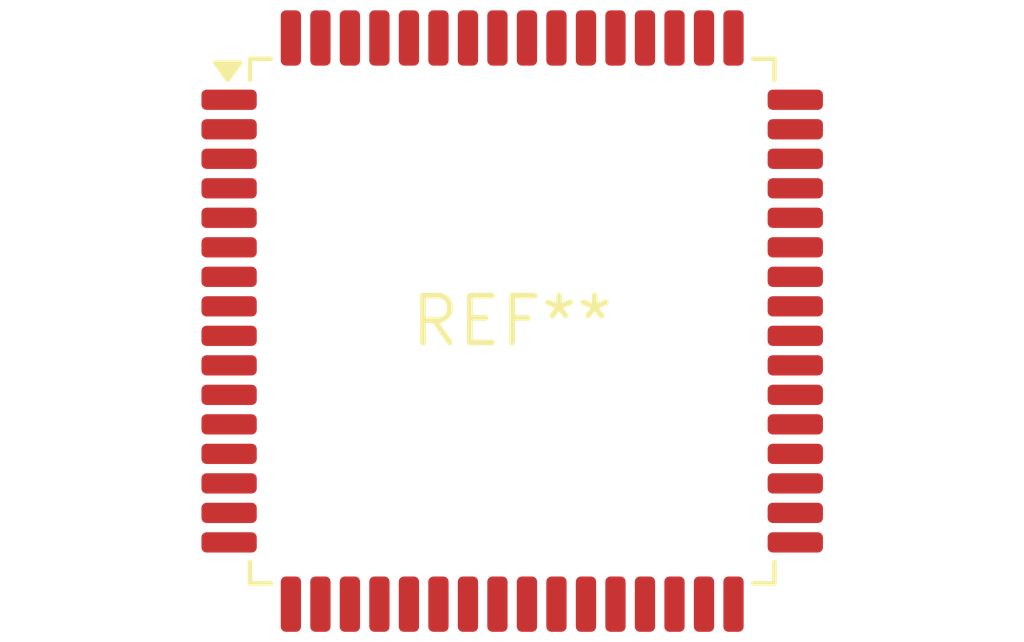
<source format=kicad_pcb>
(kicad_pcb (version 20240108) (generator pcbnew)
  (layers (0 "F.Cu" signal) (31 "B.Cu" signal) (34 "B.Paste" user) (35 "F.Paste" user) (36 "B.SilkS" user "B.Silkscreen") (37 "F.SilkS" user "F.Silkscreen") (38 "B.Mask" user) (39 "F.Mask" user) (44 "Edge.Cuts" user))
  (net 0 "")
  (footprint "LQFP-64_14x14mm_P0.8mm" (layer "F.Cu") (at 0 0)
    (property "Reference" "REF**")
    (property "Value" "LQFP-64_14x14mm_P0.8mm")
    (fp_line (start -7.11 -7.11) (end -7.11 -6.535) (layer "F.SilkS") (stroke (width 0.12)))
    (fp_line (start -7.11 7.11) (end -7.11 6.535) (layer "F.SilkS") (stroke (width 0.12)))
    (fp_line (start -6.535 -7.11) (end -7.11 -7.11) (layer "F.SilkS") (stroke (width 0.12)))
    (fp_line (start -6.535 7.11) (end -7.11 7.11) (layer "F.SilkS") (stroke (width 0.12)))
    (fp_line (start 6.535 -7.11) (end 7.11 -7.11) (layer "F.SilkS") (stroke (width 0.12)))
    (fp_line (start 6.535 7.11) (end 7.11 7.11) (layer "F.SilkS") (stroke (width 0.12)))
    (fp_line (start 7.11 -7.11) (end 7.11 -6.535) (layer "F.SilkS") (stroke (width 0.12)))
    (fp_line (start 7.11 7.11) (end 7.11 6.535) (layer "F.SilkS") (stroke (width 0.12)))
    (fp_poly (pts (xy -7.7125 -6.535) (xy -8.0525 -7.005) (xy -7.3725 -7.005) (xy -7.7125 -6.535)) (layer "F.SilkS") (stroke (width 0.12)) (fill solid))
    (pad "1" smd roundrect (at -7.675 -6) (size 1.5 0.55) (layers "F.Cu" "F.Paste" "F.Mask"))
    (pad "2" smd roundrect (at -7.675 -5.2) (size 1.5 0.55) (layers "F.Cu" "F.Paste" "F.Mask"))
    (pad "3" smd roundrect (at -7.675 -4.4) (size 1.5 0.55) (layers "F.Cu" "F.Paste" "F.Mask"))
    (pad "4" smd roundrect (at -7.675 -3.6) (size 1.5 0.55) (layers "F.Cu" "F.Paste" "F.Mask"))
    (pad "5" smd roundrect (at -7.675 -2.8) (size 1.5 0.55) (layers "F.Cu" "F.Paste" "F.Mask"))
    (pad "6" smd roundrect (at -7.675 -2) (size 1.5 0.55) (layers "F.Cu" "F.Paste" "F.Mask"))
    (pad "7" smd roundrect (at -7.675 -1.2) (size 1.5 0.55) (layers "F.Cu" "F.Paste" "F.Mask"))
    (pad "8" smd roundrect (at -7.675 -0.4) (size 1.5 0.55) (layers "F.Cu" "F.Paste" "F.Mask"))
    (pad "9" smd roundrect (at -7.675 0.4) (size 1.5 0.55) (layers "F.Cu" "F.Paste" "F.Mask"))
    (pad "10" smd roundrect (at -7.675 1.2) (size 1.5 0.55) (layers "F.Cu" "F.Paste" "F.Mask"))
    (pad "11" smd roundrect (at -7.675 2) (size 1.5 0.55) (layers "F.Cu" "F.Paste" "F.Mask"))
    (pad "12" smd roundrect (at -7.675 2.8) (size 1.5 0.55) (layers "F.Cu" "F.Paste" "F.Mask"))
    (pad "13" smd roundrect (at -7.675 3.6) (size 1.5 0.55) (layers "F.Cu" "F.Paste" "F.Mask"))
    (pad "14" smd roundrect (at -7.675 4.4) (size 1.5 0.55) (layers "F.Cu" "F.Paste" "F.Mask"))
    (pad "15" smd roundrect (at -7.675 5.2) (size 1.5 0.55) (layers "F.Cu" "F.Paste" "F.Mask"))
    (pad "16" smd roundrect (at -7.675 6) (size 1.5 0.55) (layers "F.Cu" "F.Paste" "F.Mask"))
    (pad "17" smd roundrect (at -6 7.675) (size 0.55 1.5) (layers "F.Cu" "F.Paste" "F.Mask"))
    (pad "18" smd roundrect (at -5.2 7.675) (size 0.55 1.5) (layers "F.Cu" "F.Paste" "F.Mask"))
    (pad "19" smd roundrect (at -4.4 7.675) (size 0.55 1.5) (layers "F.Cu" "F.Paste" "F.Mask"))
    (pad "20" smd roundrect (at -3.6 7.675) (size 0.55 1.5) (layers "F.Cu" "F.Paste" "F.Mask"))
    (pad "21" smd roundrect (at -2.8 7.675) (size 0.55 1.5) (layers "F.Cu" "F.Paste" "F.Mask"))
    (pad "22" smd roundrect (at -2 7.675) (size 0.55 1.5) (layers "F.Cu" "F.Paste" "F.Mask"))
    (pad "23" smd roundrect (at -1.2 7.675) (size 0.55 1.5) (layers "F.Cu" "F.Paste" "F.Mask"))
    (pad "24" smd roundrect (at -0.4 7.675) (size 0.55 1.5) (layers "F.Cu" "F.Paste" "F.Mask"))
    (pad "25" smd roundrect (at 0.4 7.675) (size 0.55 1.5) (layers "F.Cu" "F.Paste" "F.Mask"))
    (pad "26" smd roundrect (at 1.2 7.675) (size 0.55 1.5) (layers "F.Cu" "F.Paste" "F.Mask"))
    (pad "27" smd roundrect (at 2 7.675) (size 0.55 1.5) (layers "F.Cu" "F.Paste" "F.Mask"))
    (pad "28" smd roundrect (at 2.8 7.675) (size 0.55 1.5) (layers "F.Cu" "F.Paste" "F.Mask"))
    (pad "29" smd roundrect (at 3.6 7.675) (size 0.55 1.5) (layers "F.Cu" "F.Paste" "F.Mask"))
    (pad "30" smd roundrect (at 4.4 7.675) (size 0.55 1.5) (layers "F.Cu" "F.Paste" "F.Mask"))
    (pad "31" smd roundrect (at 5.2 7.675) (size 0.55 1.5) (layers "F.Cu" "F.Paste" "F.Mask"))
    (pad "32" smd roundrect (at 6 7.675) (size 0.55 1.5) (layers "F.Cu" "F.Paste" "F.Mask"))
    (pad "33" smd roundrect (at 7.675 6) (size 1.5 0.55) (layers "F.Cu" "F.Paste" "F.Mask"))
    (pad "34" smd roundrect (at 7.675 5.2) (size 1.5 0.55) (layers "F.Cu" "F.Paste" "F.Mask"))
    (pad "35" smd roundrect (at 7.675 4.4) (size 1.5 0.55) (layers "F.Cu" "F.Paste" "F.Mask"))
    (pad "36" smd roundrect (at 7.675 3.6) (size 1.5 0.55) (layers "F.Cu" "F.Paste" "F.Mask"))
    (pad "37" smd roundrect (at 7.675 2.8) (size 1.5 0.55) (layers "F.Cu" "F.Paste" "F.Mask"))
    (pad "38" smd roundrect (at 7.675 2) (size 1.5 0.55) (layers "F.Cu" "F.Paste" "F.Mask"))
    (pad "39" smd roundrect (at 7.675 1.2) (size 1.5 0.55) (layers "F.Cu" "F.Paste" "F.Mask"))
    (pad "40" smd roundrect (at 7.675 0.4) (size 1.5 0.55) (layers "F.Cu" "F.Paste" "F.Mask"))
    (pad "41" smd roundrect (at 7.675 -0.4) (size 1.5 0.55) (layers "F.Cu" "F.Paste" "F.Mask"))
    (pad "42" smd roundrect (at 7.675 -1.2) (size 1.5 0.55) (layers "F.Cu" "F.Paste" "F.Mask"))
    (pad "43" smd roundrect (at 7.675 -2) (size 1.5 0.55) (layers "F.Cu" "F.Paste" "F.Mask"))
    (pad "44" smd roundrect (at 7.675 -2.8) (size 1.5 0.55) (layers "F.Cu" "F.Paste" "F.Mask"))
    (pad "45" smd roundrect (at 7.675 -3.6) (size 1.5 0.55) (layers "F.Cu" "F.Paste" "F.Mask"))
    (pad "46" smd roundrect (at 7.675 -4.4) (size 1.5 0.55) (layers "F.Cu" "F.Paste" "F.Mask"))
    (pad "47" smd roundrect (at 7.675 -5.2) (size 1.5 0.55) (layers "F.Cu" "F.Paste" "F.Mask"))
    (pad "48" smd roundrect (at 7.675 -6) (size 1.5 0.55) (layers "F.Cu" "F.Paste" "F.Mask"))
    (pad "49" smd roundrect (at 6 -7.675) (size 0.55 1.5) (layers "F.Cu" "F.Paste" "F.Mask"))
    (pad "50" smd roundrect (at 5.2 -7.675) (size 0.55 1.5) (layers "F.Cu" "F.Paste" "F.Mask"))
    (pad "51" smd roundrect (at 4.4 -7.675) (size 0.55 1.5) (layers "F.Cu" "F.Paste" "F.Mask"))
    (pad "52" smd roundrect (at 3.6 -7.675) (size 0.55 1.5) (layers "F.Cu" "F.Paste" "F.Mask"))
    (pad "53" smd roundrect (at 2.8 -7.675) (size 0.55 1.5) (layers "F.Cu" "F.Paste" "F.Mask"))
    (pad "54" smd roundrect (at 2 -7.675) (size 0.55 1.5) (layers "F.Cu" "F.Paste" "F.Mask"))
    (pad "55" smd roundrect (at 1.2 -7.675) (size 0.55 1.5) (layers "F.Cu" "F.Paste" "F.Mask"))
    (pad "56" smd roundrect (at 0.4 -7.675) (size 0.55 1.5) (layers "F.Cu" "F.Paste" "F.Mask"))
    (pad "57" smd roundrect (at -0.4 -7.675) (size 0.55 1.5) (layers "F.Cu" "F.Paste" "F.Mask"))
    (pad "58" smd roundrect (at -1.2 -7.675) (size 0.55 1.5) (layers "F.Cu" "F.Paste" "F.Mask"))
    (pad "59" smd roundrect (at -2 -7.675) (size 0.55 1.5) (layers "F.Cu" "F.Paste" "F.Mask"))
    (pad "60" smd roundrect (at -2.8 -7.675) (size 0.55 1.5) (layers "F.Cu" "F.Paste" "F.Mask"))
    (pad "61" smd roundrect (at -3.6 -7.675) (size 0.55 1.5) (layers "F.Cu" "F.Paste" "F.Mask"))
    (pad "62" smd roundrect (at -4.4 -7.675) (size 0.55 1.5) (layers "F.Cu" "F.Paste" "F.Mask"))
    (pad "63" smd roundrect (at -5.2 -7.675) (size 0.55 1.5) (layers "F.Cu" "F.Paste" "F.Mask"))
    (pad "64" smd roundrect (at -6 -7.675) (size 0.55 1.5) (layers "F.Cu" "F.Paste" "F.Mask"))
  )
)
</source>
